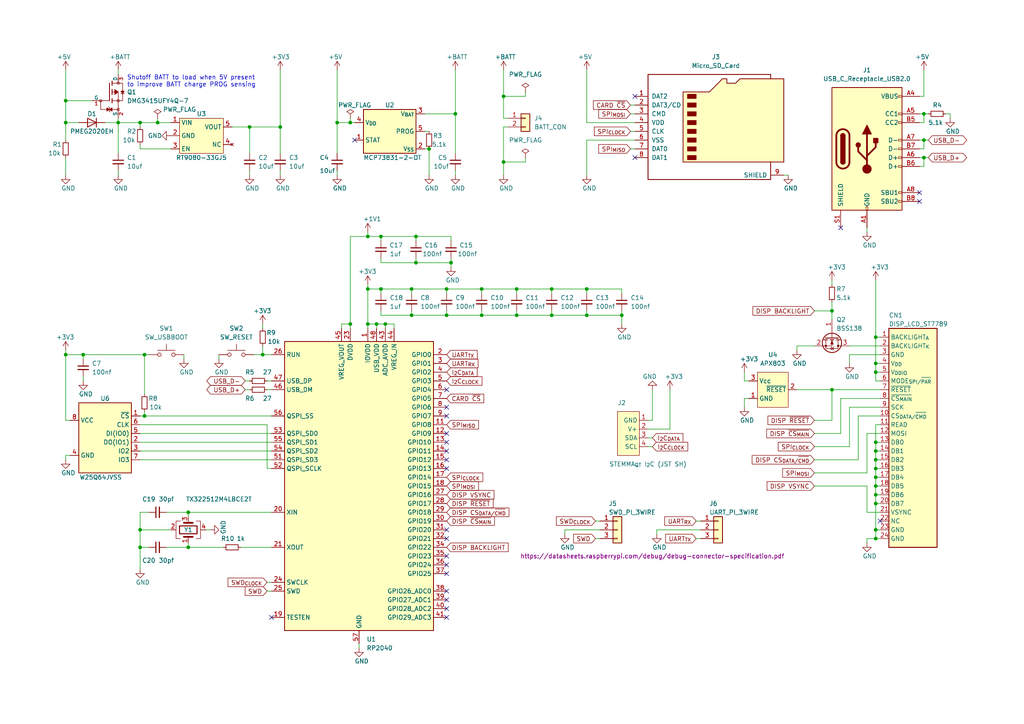
<source format=kicad_sch>
(kicad_sch (version 20230121) (generator eeschema)
  (paper "A4")
  (title_block (title "LuLuu") (rev "0"))
  (junction (at 101.6 35.56))
  (junction (at 160.02 91.44))
  (junction (at 139.7 91.44))
  (junction (at 146.05 27.94))
  (junction (at 241.3 113.03))
  (junction (at 254 153.67))
  (junction (at 45.72 35.56))
  (junction (at 110.49 83.82))
  (junction (at 109.22 93.98))
  (junction (at 119.38 91.44))
  (junction (at 101.6 93.98))
  (junction (at 254 138.43))
  (junction (at 19.05 35.56))
  (junction (at 149.86 91.44))
  (junction (at 170.18 83.82))
  (junction (at 254 143.51))
  (junction (at 19.05 102.87))
  (junction (at 254 105.41))
  (junction (at 106.68 83.82))
  (junction (at 130.81 76.2))
  (junction (at 132.08 33.02))
  (junction (at 19.05 29.21))
  (junction (at 129.54 91.44))
  (junction (at 119.38 83.82))
  (junction (at 124.46 43.18))
  (junction (at 170.18 91.44))
  (junction (at 254 133.35))
  (junction (at 76.2 102.87))
  (junction (at 120.65 68.58))
  (junction (at 106.68 93.98))
  (junction (at 81.28 36.83))
  (junction (at 41.91 120.65))
  (junction (at 54.61 158.75))
  (junction (at 254 140.97))
  (junction (at 40.64 153.67))
  (junction (at 146.05 46.99))
  (junction (at 106.68 68.58))
  (junction (at 267.97 33.02))
  (junction (at 110.49 68.58))
  (junction (at 139.7 83.82))
  (junction (at 72.39 36.83))
  (junction (at 254 107.95))
  (junction (at 160.02 83.82))
  (junction (at 254 128.27))
  (junction (at 129.54 83.82))
  (junction (at 254 97.79))
  (junction (at 40.64 158.75))
  (junction (at 40.64 35.56))
  (junction (at 254 130.81))
  (junction (at 254 156.21))
  (junction (at 180.34 91.44))
  (junction (at 241.3 90.17))
  (junction (at 54.61 148.59))
  (junction (at 24.13 102.87))
  (junction (at 120.65 76.2))
  (junction (at 267.97 40.64))
  (junction (at 41.91 102.87))
  (junction (at 267.97 45.72))
  (junction (at 111.76 93.98))
  (junction (at 97.79 35.56))
  (junction (at 254 135.89))
  (junction (at 34.29 35.56))
  (junction (at 149.86 83.82))
  (junction (at 254 146.05))
  (no_connect (at 129.54 161.29))
  (no_connect (at 129.54 125.73))
  (no_connect (at 266.7 58.42))
  (no_connect (at 184.15 45.72))
  (no_connect (at 129.54 173.99))
  (no_connect (at 78.74 179.07))
  (no_connect (at 255.27 151.13))
  (no_connect (at 129.54 118.11))
  (no_connect (at 129.54 130.81))
  (no_connect (at 129.54 120.65))
  (no_connect (at 102.87 40.64))
  (no_connect (at 129.54 128.27))
  (no_connect (at 243.84 66.04))
  (no_connect (at 129.54 153.67))
  (no_connect (at 129.54 113.03))
  (no_connect (at 129.54 179.07))
  (no_connect (at 129.54 135.89))
  (no_connect (at 266.7 55.88))
  (no_connect (at 129.54 166.37))
  (no_connect (at 129.54 133.35))
  (no_connect (at 129.54 171.45))
  (no_connect (at 129.54 156.21))
  (no_connect (at 129.54 163.83))
  (no_connect (at 129.54 176.53))
  (no_connect (at 184.15 27.94))
  (wire (pts (xy 254 133.35) (xy 254 135.89)))
  (wire (pts (xy 236.22 90.17) (xy 241.3 90.17)))
  (wire (pts (xy 254 135.89) (xy 255.27 135.89)))
  (wire (pts (xy 97.79 49.53) (xy 97.79 50.8)))
  (wire (pts (xy 266.7 43.18) (xy 267.97 43.18)))
  (wire (pts (xy 43.18 148.59) (xy 40.64 148.59)))
  (wire (pts (xy 76.2 93.98) (xy 76.2 95.25)))
  (wire (pts (xy 40.64 153.67) (xy 40.64 158.75)))
  (wire (pts (xy 182.88 30.48) (xy 184.15 30.48)))
  (wire (pts (xy 255.27 102.87) (xy 246.38 102.87)))
  (wire (pts (xy 77.47 110.49) (xy 78.74 110.49)))
  (wire (pts (xy 40.64 35.56) (xy 40.64 36.83)))
  (wire (pts (xy 54.61 157.48) (xy 54.61 158.75)))
  (wire (pts (xy 231.14 100.33) (xy 231.14 101.6)))
  (wire (pts (xy 236.22 100.33) (xy 231.14 100.33)))
  (wire (pts (xy 149.86 91.44) (xy 160.02 91.44)))
  (wire (pts (xy 24.13 109.22) (xy 24.13 110.49)))
  (wire (pts (xy 243.84 125.73) (xy 243.84 115.57)))
  (wire (pts (xy 241.3 113.03) (xy 255.27 113.03)))
  (wire (pts (xy 120.65 74.93) (xy 120.65 76.2)))
  (wire (pts (xy 72.39 36.83) (xy 67.31 36.83)))
  (wire (pts (xy 19.05 29.21) (xy 19.05 35.56)))
  (wire (pts (xy 160.02 83.82) (xy 160.02 85.09)))
  (wire (pts (xy 189.23 121.92) (xy 189.23 113.03)))
  (wire (pts (xy 180.34 83.82) (xy 170.18 83.82)))
  (wire (pts (xy 20.32 132.08) (xy 19.05 132.08)))
  (wire (pts (xy 106.68 93.98) (xy 109.22 93.98)))
  (wire (pts (xy 246.38 100.33) (xy 255.27 100.33)))
  (wire (pts (xy 54.61 148.59) (xy 54.61 149.86)))
  (wire (pts (xy 201.93 151.13) (xy 203.2 151.13)))
  (wire (pts (xy 246.38 102.87) (xy 246.38 105.41)))
  (wire (pts (xy 236.22 129.54) (xy 246.38 129.54)))
  (wire (pts (xy 254 123.19) (xy 254 128.27)))
  (wire (pts (xy 19.05 45.72) (xy 19.05 50.8)))
  (wire (pts (xy 182.88 33.02) (xy 184.15 33.02)))
  (wire (pts (xy 152.4 27.94) (xy 146.05 27.94)))
  (wire (pts (xy 40.64 123.19) (xy 77.47 123.19)))
  (wire (pts (xy 241.3 81.28) (xy 241.3 82.55)))
  (wire (pts (xy 132.08 49.53) (xy 132.08 50.8)))
  (wire (pts (xy 255.27 110.49) (xy 254 110.49)))
  (wire (pts (xy 267.97 35.56) (xy 267.97 33.02)))
  (wire (pts (xy 180.34 91.44) (xy 180.34 93.98)))
  (wire (pts (xy 73.66 102.87) (xy 76.2 102.87)))
  (wire (pts (xy 99.06 93.98) (xy 101.6 93.98)))
  (wire (pts (xy 248.92 120.65) (xy 255.27 120.65)))
  (wire (pts (xy 129.54 91.44) (xy 139.7 91.44)))
  (wire (pts (xy 77.47 123.19) (xy 77.47 135.89)))
  (wire (pts (xy 152.4 26.67) (xy 152.4 27.94)))
  (wire (pts (xy 120.65 76.2) (xy 130.81 76.2)))
  (wire (pts (xy 255.27 123.19) (xy 254 123.19)))
  (wire (pts (xy 228.6 50.8) (xy 227.33 50.8)))
  (wire (pts (xy 48.26 148.59) (xy 54.61 148.59)))
  (wire (pts (xy 201.93 156.21) (xy 203.2 156.21)))
  (wire (pts (xy 241.3 113.03) (xy 241.3 121.92)))
  (wire (pts (xy 139.7 90.17) (xy 139.7 91.44)))
  (wire (pts (xy 170.18 40.64) (xy 184.15 40.64)))
  (wire (pts (xy 19.05 102.87) (xy 24.13 102.87)))
  (wire (pts (xy 254 81.28) (xy 254 97.79)))
  (wire (pts (xy 130.81 74.93) (xy 130.81 76.2)))
  (wire (pts (xy 101.6 93.98) (xy 101.6 68.58)))
  (wire (pts (xy 97.79 35.56) (xy 101.6 35.56)))
  (wire (pts (xy 254 105.41) (xy 255.27 105.41)))
  (wire (pts (xy 19.05 35.56) (xy 22.86 35.56)))
  (wire (pts (xy 187.96 121.92) (xy 189.23 121.92)))
  (wire (pts (xy 266.7 33.02) (xy 267.97 33.02)))
  (wire (pts (xy 19.05 20.32) (xy 19.05 29.21)))
  (wire (pts (xy 251.46 66.04) (xy 251.46 67.31)))
  (wire (pts (xy 152.4 46.99) (xy 146.05 46.99)))
  (wire (pts (xy 254 133.35) (xy 255.27 133.35)))
  (wire (pts (xy 77.47 113.03) (xy 78.74 113.03)))
  (wire (pts (xy 97.79 20.32) (xy 97.79 35.56)))
  (wire (pts (xy 41.91 120.65) (xy 78.74 120.65)))
  (wire (pts (xy 267.97 48.26) (xy 267.97 45.72)))
  (wire (pts (xy 180.34 85.09) (xy 180.34 83.82)))
  (wire (pts (xy 251.46 148.59) (xy 255.27 148.59)))
  (wire (pts (xy 255.27 156.21) (xy 254 156.21)))
  (wire (pts (xy 139.7 83.82) (xy 129.54 83.82)))
  (wire (pts (xy 147.32 36.83) (xy 146.05 36.83)))
  (wire (pts (xy 110.49 68.58) (xy 106.68 68.58)))
  (wire (pts (xy 76.2 100.33) (xy 76.2 102.87)))
  (wire (pts (xy 24.13 102.87) (xy 41.91 102.87)))
  (wire (pts (xy 114.3 95.25) (xy 114.3 93.98)))
  (wire (pts (xy 72.39 36.83) (xy 81.28 36.83)))
  (wire (pts (xy 267.97 20.32) (xy 267.97 27.94)))
  (wire (pts (xy 72.39 49.53) (xy 72.39 50.8)))
  (wire (pts (xy 101.6 35.56) (xy 102.87 35.56)))
  (wire (pts (xy 111.76 93.98) (xy 114.3 93.98)))
  (wire (pts (xy 110.49 90.17) (xy 110.49 91.44)))
  (wire (pts (xy 241.3 121.92) (xy 236.22 121.92)))
  (wire (pts (xy 187.96 127) (xy 189.23 127)))
  (wire (pts (xy 170.18 91.44) (xy 160.02 91.44)))
  (wire (pts (xy 254 97.79) (xy 254 105.41)))
  (wire (pts (xy 132.08 44.45) (xy 132.08 33.02)))
  (wire (pts (xy 254 143.51) (xy 254 146.05)))
  (wire (pts (xy 71.12 110.49) (xy 72.39 110.49)))
  (wire (pts (xy 215.9 115.57) (xy 215.9 118.11)))
  (wire (pts (xy 170.18 50.8) (xy 170.18 40.64)))
  (wire (pts (xy 149.86 83.82) (xy 149.86 85.09)))
  (wire (pts (xy 97.79 44.45) (xy 97.79 35.56)))
  (wire (pts (xy 266.7 45.72) (xy 267.97 45.72)))
  (wire (pts (xy 254 128.27) (xy 254 130.81)))
  (wire (pts (xy 34.29 34.29) (xy 34.29 35.56)))
  (wire (pts (xy 19.05 102.87) (xy 19.05 121.92)))
  (wire (pts (xy 119.38 83.82) (xy 119.38 85.09)))
  (wire (pts (xy 236.22 140.97) (xy 251.46 140.97)))
  (wire (pts (xy 110.49 83.82) (xy 119.38 83.82)))
  (wire (pts (xy 111.76 93.98) (xy 111.76 95.25)))
  (wire (pts (xy 170.18 35.56) (xy 170.18 20.32)))
  (wire (pts (xy 19.05 132.08) (xy 19.05 133.35)))
  (wire (pts (xy 41.91 119.38) (xy 41.91 120.65)))
  (wire (pts (xy 129.54 90.17) (xy 129.54 91.44)))
  (wire (pts (xy 255.27 107.95) (xy 254 107.95)))
  (wire (pts (xy 59.69 153.67) (xy 60.96 153.67)))
  (wire (pts (xy 254 105.41) (xy 254 107.95)))
  (wire (pts (xy 149.86 83.82) (xy 139.7 83.82)))
  (wire (pts (xy 182.88 43.18) (xy 184.15 43.18)))
  (wire (pts (xy 170.18 83.82) (xy 160.02 83.82)))
  (wire (pts (xy 184.15 35.56) (xy 170.18 35.56)))
  (wire (pts (xy 24.13 104.14) (xy 24.13 102.87)))
  (wire (pts (xy 106.68 93.98) (xy 106.68 83.82)))
  (wire (pts (xy 106.68 82.55) (xy 106.68 83.82)))
  (wire (pts (xy 267.97 27.94) (xy 266.7 27.94)))
  (wire (pts (xy 246.38 129.54) (xy 246.38 118.11)))
  (wire (pts (xy 241.3 87.63) (xy 241.3 90.17)))
  (wire (pts (xy 77.47 135.89) (xy 78.74 135.89)))
  (wire (pts (xy 34.29 49.53) (xy 34.29 50.8)))
  (wire (pts (xy 251.46 157.48) (xy 251.46 156.21)))
  (wire (pts (xy 40.64 130.81) (xy 78.74 130.81)))
  (wire (pts (xy 217.17 115.57) (xy 215.9 115.57)))
  (wire (pts (xy 81.28 49.53) (xy 81.28 50.8)))
  (wire (pts (xy 187.96 129.54) (xy 189.23 129.54)))
  (wire (pts (xy 109.22 93.98) (xy 109.22 95.25)))
  (wire (pts (xy 71.12 113.03) (xy 72.39 113.03)))
  (wire (pts (xy 69.85 158.75) (xy 78.74 158.75)))
  (wire (pts (xy 124.46 43.18) (xy 124.46 50.8)))
  (wire (pts (xy 40.64 125.73) (xy 78.74 125.73)))
  (wire (pts (xy 246.38 118.11) (xy 255.27 118.11)))
  (wire (pts (xy 81.28 20.32) (xy 81.28 36.83)))
  (wire (pts (xy 254 140.97) (xy 254 143.51)))
  (wire (pts (xy 163.83 154.94) (xy 163.83 153.67)))
  (wire (pts (xy 110.49 91.44) (xy 119.38 91.44)))
  (wire (pts (xy 255.27 130.81) (xy 254 130.81)))
  (wire (pts (xy 77.47 168.91) (xy 78.74 168.91)))
  (wire (pts (xy 236.22 133.35) (xy 248.92 133.35)))
  (wire (pts (xy 255.27 153.67) (xy 254 153.67)))
  (wire (pts (xy 172.72 151.13) (xy 173.99 151.13)))
  (wire (pts (xy 254 138.43) (xy 254 140.97)))
  (wire (pts (xy 99.06 95.25) (xy 99.06 93.98)))
  (wire (pts (xy 41.91 102.87) (xy 43.18 102.87)))
  (wire (pts (xy 160.02 83.82) (xy 149.86 83.82)))
  (wire (pts (xy 40.64 133.35) (xy 78.74 133.35)))
  (wire (pts (xy 266.7 35.56) (xy 267.97 35.56)))
  (wire (pts (xy 194.31 113.03) (xy 194.31 124.46)))
  (wire (pts (xy 254 110.49) (xy 254 107.95)))
  (wire (pts (xy 104.14 186.69) (xy 104.14 187.96)))
  (wire (pts (xy 254 143.51) (xy 255.27 143.51)))
  (wire (pts (xy 236.22 125.73) (xy 243.84 125.73)))
  (wire (pts (xy 147.32 34.29) (xy 146.05 34.29)))
  (wire (pts (xy 267.97 43.18) (xy 267.97 40.64)))
  (wire (pts (xy 274.32 33.02) (xy 275.59 33.02)))
  (wire (pts (xy 267.97 45.72) (xy 269.24 45.72)))
  (wire (pts (xy 40.64 153.67) (xy 49.53 153.67)))
  (wire (pts (xy 149.86 90.17) (xy 149.86 91.44)))
  (wire (pts (xy 254 138.43) (xy 255.27 138.43)))
  (wire (pts (xy 132.08 20.32) (xy 132.08 33.02)))
  (wire (pts (xy 251.46 137.16) (xy 251.46 125.73)))
  (wire (pts (xy 101.6 34.29) (xy 101.6 35.56)))
  (wire (pts (xy 19.05 121.92) (xy 20.32 121.92)))
  (wire (pts (xy 146.05 46.99) (xy 146.05 50.8)))
  (wire (pts (xy 40.64 128.27) (xy 78.74 128.27)))
  (wire (pts (xy 180.34 90.17) (xy 180.34 91.44)))
  (wire (pts (xy 251.46 140.97) (xy 251.46 148.59)))
  (wire (pts (xy 129.54 83.82) (xy 129.54 85.09)))
  (wire (pts (xy 146.05 20.32) (xy 146.05 27.94)))
  (wire (pts (xy 180.34 91.44) (xy 170.18 91.44)))
  (wire (pts (xy 40.64 35.56) (xy 45.72 35.56)))
  (wire (pts (xy 54.61 158.75) (xy 64.77 158.75)))
  (wire (pts (xy 40.64 148.59) (xy 40.64 153.67)))
  (wire (pts (xy 255.27 97.79) (xy 254 97.79)))
  (wire (pts (xy 248.92 133.35) (xy 248.92 120.65)))
  (wire (pts (xy 19.05 35.56) (xy 19.05 40.64)))
  (wire (pts (xy 236.22 137.16) (xy 251.46 137.16)))
  (wire (pts (xy 130.81 69.85) (xy 130.81 68.58)))
  (wire (pts (xy 129.54 91.44) (xy 119.38 91.44)))
  (wire (pts (xy 172.72 156.21) (xy 173.99 156.21)))
  (wire (pts (xy 106.68 95.25) (xy 106.68 93.98)))
  (wire (pts (xy 254 130.81) (xy 254 133.35)))
  (wire (pts (xy 101.6 93.98) (xy 101.6 95.25)))
  (wire (pts (xy 241.3 90.17) (xy 241.3 92.71)))
  (wire (pts (xy 190.5 153.67) (xy 203.2 153.67)))
  (wire (pts (xy 254 156.21) (xy 254 153.67)))
  (wire (pts (xy 30.48 35.56) (xy 34.29 35.56)))
  (wire (pts (xy 110.49 68.58) (xy 110.49 69.85)))
  (wire (pts (xy 76.2 102.87) (xy 78.74 102.87)))
  (wire (pts (xy 40.64 158.75) (xy 43.18 158.75)))
  (wire (pts (xy 217.17 110.49) (xy 215.9 110.49)))
  (wire (pts (xy 267.97 40.64) (xy 269.24 40.64)))
  (wire (pts (xy 34.29 20.32) (xy 34.29 21.59)))
  (wire (pts (xy 170.18 83.82) (xy 170.18 85.09)))
  (wire (pts (xy 160.02 90.17) (xy 160.02 91.44)))
  (wire (pts (xy 19.05 29.21) (xy 26.67 29.21)))
  (wire (pts (xy 40.64 43.18) (xy 49.53 43.18)))
  (wire (pts (xy 231.14 113.03) (xy 241.3 113.03)))
  (wire (pts (xy 54.61 148.59) (xy 78.74 148.59)))
  (wire (pts (xy 146.05 36.83) (xy 146.05 46.99)))
  (wire (pts (xy 45.72 35.56) (xy 49.53 35.56)))
  (wire (pts (xy 109.22 93.98) (xy 111.76 93.98)))
  (wire (pts (xy 123.19 38.1) (xy 124.46 38.1)))
  (wire (pts (xy 53.34 102.87) (xy 53.34 104.14)))
  (wire (pts (xy 266.7 40.64) (xy 267.97 40.64)))
  (wire (pts (xy 34.29 35.56) (xy 34.29 44.45)))
  (wire (pts (xy 110.49 85.09) (xy 110.49 83.82)))
  (wire (pts (xy 123.19 33.02) (xy 132.08 33.02)))
  (wire (pts (xy 106.68 83.82) (xy 110.49 83.82)))
  (wire (pts (xy 163.83 153.67) (xy 173.99 153.67)))
  (wire (pts (xy 130.81 76.2) (xy 130.81 77.47)))
  (wire (pts (xy 63.5 102.87) (xy 63.5 104.14)))
  (wire (pts (xy 101.6 68.58) (xy 106.68 68.58)))
  (wire (pts (xy 106.68 67.31) (xy 106.68 68.58)))
  (wire (pts (xy 251.46 125.73) (xy 255.27 125.73)))
  (wire (pts (xy 152.4 45.72) (xy 152.4 46.99)))
  (wire (pts (xy 40.64 120.65) (xy 41.91 120.65)))
  (wire (pts (xy 77.47 171.45) (xy 78.74 171.45)))
  (wire (pts (xy 194.31 124.46) (xy 187.96 124.46)))
  (wire (pts (xy 123.19 43.18) (xy 124.46 43.18)))
  (wire (pts (xy 139.7 91.44) (xy 149.86 91.44)))
  (wire (pts (xy 34.29 35.56) (xy 40.64 35.56)))
  (wire (pts (xy 146.05 27.94) (xy 146.05 34.29)))
  (wire (pts (xy 255.27 128.27) (xy 254 128.27)))
  (wire (pts (xy 275.59 33.02) (xy 275.59 34.29)))
  (wire (pts (xy 110.49 74.93) (xy 110.49 76.2)))
  (wire (pts (xy 254 153.67) (xy 254 146.05)))
  (wire (pts (xy 81.28 36.83) (xy 81.28 44.45)))
  (wire (pts (xy 129.54 83.82) (xy 119.38 83.82)))
  (wire (pts (xy 45.72 34.29) (xy 45.72 35.56)))
  (wire (pts (xy 251.46 156.21) (xy 254 156.21)))
  (wire (pts (xy 19.05 101.6) (xy 19.05 102.87)))
  (wire (pts (xy 254 146.05) (xy 255.27 146.05)))
  (wire (pts (xy 190.5 154.94) (xy 190.5 153.67)))
  (wire (pts (xy 266.7 48.26) (xy 267.97 48.26)))
  (wire (pts (xy 54.61 158.75) (xy 48.26 158.75)))
  (wire (pts (xy 170.18 90.17) (xy 170.18 91.44)))
  (wire (pts (xy 40.64 158.75) (xy 40.64 165.1)))
  (wire (pts (xy 182.88 38.1) (xy 184.15 38.1)))
  (wire (pts (xy 40.64 43.18) (xy 40.64 41.91)))
  (wire (pts (xy 243.84 115.57) (xy 255.27 115.57)))
  (wire (pts (xy 139.7 83.82) (xy 139.7 85.09)))
  (wire (pts (xy 269.24 33.02) (xy 267.97 33.02)))
  (wire (pts (xy 41.91 102.87) (xy 41.91 114.3)))
  (wire (pts (xy 72.39 36.83) (xy 72.39 44.45)))
  (wire (pts (xy 119.38 90.17) (xy 119.38 91.44)))
  (wire (pts (xy 215.9 110.49) (xy 215.9 107.95)))
  (wire (pts (xy 254 140.97) (xy 255.27 140.97)))
  (wire (pts (xy 110.49 76.2) (xy 120.65 76.2)))
  (wire (pts (xy 120.65 68.58) (xy 110.49 68.58)))
  (wire (pts (xy 130.81 68.58) (xy 120.65 68.58)))
  (wire (pts (xy 120.65 68.58) (xy 120.65 69.85)))
  (wire (pts (xy 254 135.89) (xy 254 138.43)))
  (text "Shutoff BATT to load when 5V present\nto improve BATT charge PROG sensing" (at 36.83 25.4 0) (effects (font (size 1.27 1.27)) (justify left bottom)))
  (global_label "DISP ~{RESET}" (shape input) (at 129.54 146.05 0) (property "Intersheetrefs" "${INTERSHEET_REFS}" (effects hide)))
  (global_label "DISP ~{CS_{MAIN}}" (shape input) (at 129.54 151.13 0) (property "Intersheetrefs" "${INTERSHEET_REFS}" (effects hide)))
  (global_label "SPI_{MISO}" (shape input) (at 129.54 123.19 0) (property "Intersheetrefs" "${INTERSHEET_REFS}" (effects hide)))
  (global_label "SWD_{CLOCK}" (shape input) (at 77.47 168.91 180) (property "Intersheetrefs" "${INTERSHEET_REFS}" (effects hide)))
  (global_label "UART_{RX}" (shape input) (at 201.93 151.13 180) (property "Intersheetrefs" "${INTERSHEET_REFS}" (effects hide)))
  (global_label "I_{2}C_{DATA}" (shape input) (at 129.54 107.95 0) (property "Intersheetrefs" "${INTERSHEET_REFS}" (effects hide)))
  (global_label "UART_{RX}" (shape input) (at 129.54 105.41 0) (property "Intersheetrefs" "${INTERSHEET_REFS}" (effects hide)))
  (global_label "SWD" (shape input) (at 172.72 156.21 180) (property "Intersheetrefs" "${INTERSHEET_REFS}" (effects hide)))
  (global_label "UART_{TX}" (shape input) (at 201.93 156.21 180) (property "Intersheetrefs" "${INTERSHEET_REFS}" (effects hide)))
  (global_label "SPI_{CLOCK}" (shape input) (at 182.88 38.1 180) (property "Intersheetrefs" "${INTERSHEET_REFS}" (effects hide)))
  (global_label "DISP CS_{DATA{slash}~{CMD}}" (shape input) (at 129.54 148.59 0) (property "Intersheetrefs" "${INTERSHEET_REFS}" (effects hide)))
  (global_label "DISP CS_{DATA{slash}~{CMD}}" (shape input) (at 236.22 133.35 180) (property "Intersheetrefs" "${INTERSHEET_REFS}" (effects hide)))
  (global_label "SPI_{MOSI}" (shape input) (at 182.88 33.02 180) (property "Intersheetrefs" "${INTERSHEET_REFS}" (effects hide)))
  (global_label "I_{2}C_{DATA}" (shape input) (at 189.23 127 0) (property "Intersheetrefs" "${INTERSHEET_REFS}" (effects hide)))
  (global_label "DISP BACKLIGHT" (shape input) (at 236.22 90.17 180) (property "Intersheetrefs" "${INTERSHEET_REFS}" (effects hide)))
  (global_label "SPI_{CLOCK}" (shape input) (at 129.54 138.43 0) (property "Intersheetrefs" "${INTERSHEET_REFS}" (effects hide)))
  (global_label "SWD_{CLOCK}" (shape input) (at 172.72 151.13 180) (property "Intersheetrefs" "${INTERSHEET_REFS}" (effects hide)))
  (global_label "SPI_{CLOCK}" (shape input) (at 236.22 129.54 180) (property "Intersheetrefs" "${INTERSHEET_REFS}" (effects hide)))
  (global_label "SPI_{MOSI}" (shape input) (at 129.54 140.97 0) (property "Intersheetrefs" "${INTERSHEET_REFS}" (effects hide)))
  (global_label "SPI_{MOSI}" (shape input) (at 236.22 137.16 180) (property "Intersheetrefs" "${INTERSHEET_REFS}" (effects hide)))
  (global_label "CARD ~{CS}" (shape input) (at 129.54 115.57 0) (property "Intersheetrefs" "${INTERSHEET_REFS}" (effects hide)))
  (global_label "DISP BACKLIGHT" (shape input) (at 129.54 158.75 0) (property "Intersheetrefs" "${INTERSHEET_REFS}" (effects hide)))
  (global_label "I_{2}C_{CLOCK}" (shape input) (at 129.54 110.49 0) (property "Intersheetrefs" "${INTERSHEET_REFS}" (effects hide)))
  (global_label "DISP VSYNC" (shape input) (at 236.22 140.97 180) (property "Intersheetrefs" "${INTERSHEET_REFS}" (effects hide)))
  (global_label "USB_D-" (shape bidirectional) (at 71.12 110.49 180) (property "Intersheetrefs" "${INTERSHEET_REFS}" (effects hide)))
  (global_label "DISP ~{CS_{MAIN}}" (shape input) (at 236.22 125.73 180) (property "Intersheetrefs" "${INTERSHEET_REFS}" (effects hide)))
  (global_label "USB_D+" (shape bidirectional) (at 269.24 45.72 0) (property "Intersheetrefs" "${INTERSHEET_REFS}" (effects hide)))
  (global_label "DISP ~{RESET}" (shape input) (at 236.22 121.92 180) (property "Intersheetrefs" "${INTERSHEET_REFS}" (effects hide)))
  (global_label "SPI_{MISO}" (shape input) (at 182.88 43.18 180) (property "Intersheetrefs" "${INTERSHEET_REFS}" (effects hide)))
  (global_label "USB_D-" (shape bidirectional) (at 269.24 40.64 0) (property "Intersheetrefs" "${INTERSHEET_REFS}" (effects hide)))
  (global_label "UART_{TX}" (shape input) (at 129.54 102.87 0) (property "Intersheetrefs" "${INTERSHEET_REFS}" (effects hide)))
  (global_label "DISP VSYNC" (shape input) (at 129.54 143.51 0) (property "Intersheetrefs" "${INTERSHEET_REFS}" (effects hide)))
  (global_label "I_{2}C_{CLOCK}" (shape input) (at 189.23 129.54 0) (property "Intersheetrefs" "${INTERSHEET_REFS}" (effects hide)))
  (global_label "CARD ~{CS}" (shape input) (at 182.88 30.48 180) (property "Intersheetrefs" "${INTERSHEET_REFS}" (effects hide)))
  (global_label "USB_D+" (shape bidirectional) (at 71.12 113.03 180) (property "Intersheetrefs" "${INTERSHEET_REFS}" (effects hide)))
  (global_label "SWD" (shape input) (at 77.47 171.45 180) (property "Intersheetrefs" "${INTERSHEET_REFS}" (effects hide)))
  (symbol (lib_id "power:GND") (at 251.46 157.48 0) (unit 1)
    (property "Reference" "#PWR020" (effects hide))
    (property "Value" "GND" (at 250.19 161.29 0) (effects (justify left)))
  )
  (symbol (lib_id "power:PWR_FLAG") (at 152.4 26.67 0) (unit 1)
    (property "Reference" "#FLG03" (effects hide))
    (property "Value" "PWR_FLAG" (at 152.4 21.59 0))
  )
  (symbol (lib_id "Device:C_Small") (at 180.34 87.63 0) (unit 1)
    (property "Reference" "C14" (at 182.88 86.3663 0) (effects (justify left)))
    (property "Value" "100nf" (at 182.88 88.9063 0) (effects (justify left)))
    (property "Footprint" "Capacitor_SMD:C_0402_1005Metric_Pad0.74x0.62mm_HandSolder" (effects hide))
  )
  (symbol (lib_id "Device:C_Small") (at 34.29 46.99 0) (unit 1)
    (property "Reference" "C1" (at 36.83 45.7263 0) (effects (justify left)))
    (property "Value" "10uf" (at 36.83 48.2663 0) (effects (justify left)))
    (property "Footprint" "Capacitor_SMD:C_0603_1608Metric_Pad1.08x0.95mm_HandSolder" (effects hide))
  )
  (symbol (lib_id "Device:C_Small") (at 149.86 87.63 0) (unit 1)
    (property "Reference" "C11" (at 152.4 86.3663 0) (effects (justify left)))
    (property "Value" "100nf" (at 152.4 88.9063 0) (effects (justify left)))
    (property "Footprint" "Capacitor_SMD:C_0402_1005Metric_Pad0.74x0.62mm_HandSolder" (effects hide))
  )
  (symbol (lib_id "Device:C_Small") (at 120.65 72.39 0) (mirror y) (unit 1)
    (property "Reference" "C16" (at 127 71.12 0) (effects (justify left)))
    (property "Value" "100nf" (at 128.27 73.66 0) (effects (justify left)))
    (property "Footprint" "Capacitor_SMD:C_0402_1005Metric_Pad0.74x0.62mm_HandSolder" (effects hide))
  )
  (symbol (lib_id "Transistor_FET:BSS138") (at 241.3 97.79 270) (unit 1)
    (property "Reference" "Q2" (at 242.57 92.71 90) (effects (justify left)))
    (property "Value" "BSS138" (at 242.57 95.25 90) (effects (justify left)))
    (property "Footprint" "Package_TO_SOT_SMD:SOT-23" (effects hide))
    (property "Datasheet" "https://www.onsemi.com/pub/Collateral/BSS138-D.PDF" (effects hide))
  )
  (symbol (lib_id "power:GND") (at 63.5 104.14 0) (unit 1)
    (property "Reference" "#PWR036" (effects hide))
    (property "Value" "GND" (at 62.23 107.95 0) (effects (justify left)))
  )
  (symbol (lib_id "power:+3V3") (at 106.68 82.55 0) (mirror y) (unit 1)
    (property "Reference" "#PWR033" (effects hide))
    (property "Value" "+3V3" (at 109.22 78.74 0) (effects (justify left)))
  )
  (symbol (lib_id "power:GND") (at 130.81 77.47 0) (mirror y) (unit 1)
    (property "Reference" "#PWR031" (effects hide))
    (property "Value" "GND" (at 133.35 81.28 0) (effects (justify left)))
  )
  (symbol (lib_id "power:GND") (at 246.38 105.41 0) (unit 1)
    (property "Reference" "#PWR024" (effects hide))
    (property "Value" "GND" (at 245.11 109.22 0) (effects (justify left)))
  )
  (symbol (lib_id "power:+5V") (at 267.97 20.32 0) (unit 1)
    (property "Reference" "#PWR016" (effects hide))
    (property "Value" "+5V" (at 265.43 16.51 0) (effects (justify left)))
  )
  (symbol (lib_id "power:+5V") (at 97.79 20.32 0) (unit 1)
    (property "Reference" "#PWR012" (effects hide))
    (property "Value" "+5V" (at 95.25 16.51 0) (effects (justify left)))
  )
  (symbol (lib_id "power:+3V3") (at 19.05 101.6 0) (mirror y) (unit 1)
    (property "Reference" "#PWR028" (effects hide))
    (property "Value" "+3V3" (at 21.59 97.79 0) (effects (justify left)))
  )
  (symbol (lib_id "Device:C_Small") (at 139.7 87.63 0) (unit 1)
    (property "Reference" "C10" (at 142.24 86.3663 0) (effects (justify left)))
    (property "Value" "100nf" (at 142.24 88.9063 0) (effects (justify left)))
    (property "Footprint" "Capacitor_SMD:C_0402_1005Metric_Pad0.74x0.62mm_HandSolder" (effects hide))
  )
  (symbol (lib_id "power:GND") (at 124.46 50.8 0) (unit 1)
    (property "Reference" "#PWR011" (effects hide))
    (property "Value" "GND" (at 123.19 54.61 0) (effects (justify left)))
  )
  (symbol (lib_id "Device:R_Small") (at 74.93 110.49 90) (unit 1)
    (property "Reference" "R5" (at 71.12 107.95 90) (effects (justify right)))
    (property "Value" "27" (at 76.2 107.95 90) (effects (justify right)))
  )
  (symbol (lib_id "Connector_Generic:Conn_01x02") (at 152.4 34.29 0) (unit 1)
    (property "Reference" "J4" (at 154.94 34.29 0) (effects (justify left)))
    (property "Value" "BATT_CON" (at 154.94 36.83 0) (effects (justify left)))
    (property "Footprint" "Connector_JST:JST_PH_S2B-PH-K_1x02_P2.00mm_Horizontal" (effects hide))
  )
  (symbol (lib_id "power:+3V3") (at 76.2 93.98 0) (mirror y) (unit 1)
    (property "Reference" "#PWR035" (effects hide))
    (property "Value" "+3V3" (at 78.74 90.17 0) (effects (justify left)))
  )
  (symbol (lib_id "power:GND") (at 104.14 187.96 0) (unit 1)
    (property "Reference" "#PWR018" (effects hide))
    (property "Value" "GND" (at 102.87 191.77 0) (effects (justify left)))
  )
  (symbol (lib_id "power:GND") (at 19.05 50.8 0) (unit 1)
    (property "Reference" "#PWR010" (effects hide))
    (property "Value" "GND" (at 17.78 54.61 0) (effects (justify left)))
  )
  (symbol (lib_id "power:GND") (at 251.46 67.31 0) (unit 1)
    (property "Reference" "#PWR019" (effects hide))
    (property "Value" "GND" (at 250.19 71.12 0) (effects (justify left)))
  )
  (symbol (lib_id "Device:C_Small") (at 81.28 46.99 0) (unit 1)
    (property "Reference" "C3" (at 83.82 45.7263 0) (effects (justify left)))
    (property "Value" "10uf" (at 83.82 48.2663 0) (effects (justify left)))
    (property "Footprint" "Capacitor_SMD:C_0603_1608Metric_Pad1.08x0.95mm_HandSolder" (effects hide))
  )
  (symbol (lib_id "power:GND") (at 53.34 104.14 0) (unit 1)
    (property "Reference" "#PWR027" (effects hide))
    (property "Value" "GND" (at 52.07 107.95 0) (effects (justify left)))
  )
  (symbol (lib_id "luluu:STEMMA_QT_I2C") (at 182.88 125.73 0) (unit 1)
    (property "Reference" "J2" (at 180.34 116.84 0))
    (property "Value" "STEMMA_{QT} I_{2}C (JST SH)" (at 187.96 134.62 0))
    (property "Footprint" "Connector_JST:JST_SH_SM04B-SRSS-TB_1x04-1MP_P1.00mm_Horizontal" (effects hide))
  )
  (symbol (lib_id "Device:C_Small") (at 45.72 158.75 90) (unit 1)
    (property "Reference" "C20" (at 43.18 162.56 90))
    (property "Value" "30pf" (at 48.26 162.56 90))
    (property "Footprint" "Capacitor_SMD:C_0402_1005Metric_Pad0.74x0.62mm_HandSolder" (effects hide))
  )
  (symbol (lib_id "Device:C_Small") (at 110.49 87.63 0) (unit 1)
    (property "Reference" "C18" (at 113.03 86.3663 0) (effects (justify left)))
    (property "Value" "1uf" (at 113.03 88.9063 0) (effects (justify left)))
    (property "Footprint" "Capacitor_SMD:C_0603_1608Metric_Pad1.08x0.95mm_HandSolder" (effects hide))
  )
  (symbol (lib_id "power:GND") (at 81.28 50.8 0) (unit 1)
    (property "Reference" "#PWR08" (effects hide))
    (property "Value" "GND" (at 80.01 54.61 0) (effects (justify left)))
  )
  (symbol (lib_id "Connector_Generic:Conn_01x03") (at 179.07 153.67 0) (unit 1)
    (property "Reference" "J5" (at 176.53 146.05 0) (effects (justify left)))
    (property "Value" "SWD_PI_3WIRE" (at 176.53 148.59 0) (effects (justify left)))
    (property "Footprint" "Connector_JST:JST_SH_BM03B-SRSS-TB_1x03-1MP_P1.00mm_Vertical" (effects hide))
    (property "Datasheet" "https://datasheets.raspberrypi.com/debug/debug-connector-specification.pdf" (at 189.23 161.29 0))
  )
  (symbol (lib_id "Device:R_Small") (at 40.64 39.37 180) (unit 1)
    (property "Reference" "R2" (at 36.83 38.1 0) (effects (justify right)))
    (property "Value" "10k" (at 35.56 40.64 0) (effects (justify right)))
  )
  (symbol (lib_id "MCU_RaspberryPi:RP2040") (at 104.14 140.97 0) (unit 1)
    (property "Reference" "U1" (at 106.3341 185.42 0) (effects (justify left)))
    (property "Value" "RP2040" (at 106.3341 187.96 0) (effects (justify left)))
    (property "Footprint" "Package_DFN_QFN:QFN-56-1EP_7x7mm_P0.4mm_EP3.2x3.2mm" (effects hide))
    (property "Datasheet" "https://datasheets.raspberrypi.com/rp2040/rp2040-datasheet.pdf" (effects hide))
  )
  (symbol (lib_id "power:+BATT") (at 34.29 20.32 0) (unit 1)
    (property "Reference" "#PWR03" (effects hide))
    (property "Value" "+BATT" (at 31.75 16.51 0) (effects (justify left)))
  )
  (symbol (lib_id "Device:R_Small") (at 74.93 113.03 90) (unit 1)
    (property "Reference" "R6" (at 71.12 115.57 90) (effects (justify right)))
    (property "Value" "27" (at 76.2 115.57 90) (effects (justify right)))
  )
  (symbol (lib_id "power:PWR_FLAG") (at 45.72 34.29 0) (unit 1)
    (property "Reference" "#FLG02" (effects hide))
    (property "Value" "PWR_FLAG" (at 52.07 31.75 0))
  )
  (symbol (lib_id "power:+3V3") (at 81.28 20.32 0) (unit 1)
    (property "Reference" "#PWR06" (effects hide))
    (property "Value" "+3V3" (at 78.74 16.51 0) (effects (justify left)))
  )
  (symbol (lib_id "power:GND") (at 60.96 153.67 90) (unit 1)
    (property "Reference" "#PWR04" (effects hide))
    (property "Value" "GND" (at 64.77 154.94 0) (effects (justify left)))
  )
  (symbol (lib_id "Device:C_Small") (at 129.54 87.63 0) (unit 1)
    (property "Reference" "C9" (at 132.08 86.3663 0) (effects (justify left)))
    (property "Value" "100nf" (at 132.08 88.9063 0) (effects (justify left)))
    (property "Footprint" "Capacitor_SMD:C_0402_1005Metric_Pad0.74x0.62mm_HandSolder" (effects hide))
  )
  (symbol (lib_id "luluu:DISP_LCD_ST7789_1.3IN") (at 262.89 127 0) (unit 1)
    (property "Reference" "CN1" (at 257.81 91.44 0) (effects (justify left)))
    (property "Value" "DISP_LCD_ST7789" (at 257.81 93.98 0) (effects (justify left)))
    (property "Datasheet" "https://cdn-shop.adafruit.com/product-files/4520/4520_C13462__________.pdf" (effects hide))
    (property "Design Ref" "https://cdn-learn.adafruit.com/assets/assets/000/079/156/original/adafruit_products_1-3in_IPS_TFT_Sch.png?1565202407" (effects hide))
  )
  (symbol (lib_id "power:GND") (at 215.9 118.11 0) (unit 1)
    (property "Reference" "#PWR026" (effects hide))
    (property "Value" "GND" (at 214.63 121.92 0) (effects (justify left)))
  )
  (symbol (lib_id "Device:R_Small") (at 241.3 85.09 180) (unit 1)
    (property "Reference" "R7" (at 242.57 83.82 0) (effects (justify right)))
    (property "Value" "5.1k" (at 242.57 86.36 0) (effects (justify right)))
  )
  (symbol (lib_id "power:+3V3") (at 241.3 81.28 0) (unit 1)
    (property "Reference" "#PWR021" (effects hide))
    (property "Value" "+3V3" (at 240.03 77.47 0) (effects (justify left)))
  )
  (symbol (lib_id "Device:C_Small") (at 45.72 148.59 90) (unit 1)
    (property "Reference" "C19" (at 43.18 144.78 90))
    (property "Value" "30pf" (at 48.26 144.78 90))
    (property "Footprint" "Capacitor_SMD:C_0402_1005Metric_Pad0.74x0.62mm_HandSolder" (effects hide))
  )
  (symbol (lib_id "power:+3V3") (at 215.9 107.95 0) (unit 1)
    (property "Reference" "#PWR025" (effects hide))
    (property "Value" "+3V3" (at 214.63 104.14 0) (effects (justify left)))
  )
  (symbol (lib_id "luluu:W25Q64JVSS") (at 30.48 127 0) (mirror y) (unit 1)
    (property "Reference" "U6" (at 30.48 115.57 0))
    (property "Value" "W25Q64JVSS" (at 29.21 138.43 0))
    (property "Footprint" "Package_SO:SOIC-8_5.23x5.23mm_P1.27mm" (effects hide))
    (property "Datasheet" "http://www.winbond.com/resource-files/w25q32jv%20revg%2003272018%20plus.pdf" (effects hide))
  )
  (symbol (lib_id "power:GND") (at 97.79 50.8 0) (unit 1)
    (property "Reference" "#PWR015" (effects hide))
    (property "Value" "GND" (at 96.52 54.61 0) (effects (justify left)))
  )
  (symbol (lib_id "Device:R_Small") (at 124.46 40.64 0) (unit 1)
    (property "Reference" "R3" (at 128.27 39.37 0) (effects (justify right)))
    (property "Value" "5.1k" (at 129.54 41.91 0) (effects (justify right)))
  )
  (symbol (lib_id "power:GND") (at 72.39 50.8 0) (unit 1)
    (property "Reference" "#PWR07" (effects hide))
    (property "Value" "GND" (at 71.12 54.61 0) (effects (justify left)))
  )
  (symbol (lib_name "TS-1187A-B-A-B_1") (lib_id "luluu:TS-1187A-B-A-B") (at 48.26 102.87 0) (unit 1)
    (property "Reference" "SW1" (at 48.26 95.25 0))
    (property "Value" "SW_USBBOOT" (at 48.26 97.79 0))
    (property "Footprint" "luluu:TS-1187A-B-A-B" (effects hide))
    (property "Datasheet" "https://datasheet.lcsc.com/lcsc/2304140030_XKB-Connectivity-TS-1187A-B-A-B_C318884.pdf" (effects hide))
  )
  (symbol (lib_id "Device:C_Small") (at 119.38 87.63 0) (unit 1)
    (property "Reference" "C8" (at 121.92 86.3663 0) (effects (justify left)))
    (property "Value" "100nf" (at 121.92 88.9063 0) (effects (justify left)))
    (property "Footprint" "Capacitor_SMD:C_0402_1005Metric_Pad0.74x0.62mm_HandSolder" (effects hide))
  )
  (symbol (lib_id "power:+5V") (at 170.18 20.32 0) (unit 1)
    (property "Reference" "#PWR039" (effects hide))
    (property "Value" "+5V" (at 167.64 16.51 0) (effects (justify left)))
  )
  (symbol (lib_id "power:GND") (at 170.18 50.8 0) (unit 1)
    (property "Reference" "#PWR040" (effects hide))
    (property "Value" "GND" (at 168.91 54.61 0) (effects (justify left)))
  )
  (symbol (lib_id "power:GND") (at 231.14 101.6 0) (unit 1)
    (property "Reference" "#PWR022" (effects hide))
    (property "Value" "GND" (at 229.87 105.41 0) (effects (justify left)))
  )
  (symbol (lib_id "power:GND") (at 40.64 165.1 0) (unit 1)
    (property "Reference" "#PWR01" (effects hide))
    (property "Value" "GND" (at 39.37 168.91 0) (effects (justify left)))
  )
  (symbol (lib_id "luluu:TS-1187A-B-A-B") (at 68.58 102.87 0) (unit 1)
    (property "Reference" "SW2" (at 68.58 95.25 0))
    (property "Value" "SW_RESET" (at 68.58 97.79 0))
    (property "Footprint" "luluu:TS-1187A-B-A-B" (effects hide))
    (property "Datasheet" "https://datasheet.lcsc.com/lcsc/2304140030_XKB-Connectivity-TS-1187A-B-A-B_C318884.pdf" (effects hide))
  )
  (symbol (lib_id "power:GND") (at 132.08 50.8 0) (unit 1)
    (property "Reference" "#PWR014" (effects hide))
    (property "Value" "GND" (at 130.81 54.61 0) (effects (justify left)))
  )
  (symbol (lib_id "Device:C_Small") (at 97.79 46.99 0) (unit 1)
    (property "Reference" "C4" (at 92.71 45.72 0) (effects (justify left)))
    (property "Value" "10uf" (at 92.71 49.53 0) (effects (justify left)))
    (property "Footprint" "Capacitor_SMD:C_0603_1608Metric_Pad1.08x0.95mm_HandSolder" (effects hide))
  )
  (symbol (lib_id "power:+5V") (at 19.05 20.32 0) (unit 1)
    (property "Reference" "#PWR02" (effects hide))
    (property "Value" "+5V" (at 16.51 16.51 0) (effects (justify left)))
  )
  (symbol (lib_id "Connector_Generic:Conn_01x03") (at 208.28 153.67 0) (unit 1)
    (property "Reference" "J6" (at 205.74 146.05 0) (effects (justify left)))
    (property "Value" "UART_PI_3WIRE" (at 205.74 148.59 0) (effects (justify left)))
    (property "Footprint" "Connector_JST:JST_SH_BM03B-SRSS-TB_1x03-1MP_P1.00mm_Vertical" (effects hide))
    (property "Datasheet" "https://datasheets.raspberrypi.com/debug/debug-connector-specification.pdf" (effects hide))
  )
  (symbol (lib_id "Connector:Micro_SD_Card") (at 207.01 35.56 0) (unit 1)
    (property "Reference" "J3" (at 207.645 16.51 0))
    (property "Value" "Micro_SD_Card" (at 207.645 19.05 0))
    (property "Footprint" "Connector_Card:microSD_HC_Molex_104031-0811" (effects hide))
    (property "Datasheet" "http://katalog.we-online.de/em/datasheet/693072010801.pdf" (effects hide))
  )
  (symbol (lib_id "power:GND") (at 49.53 39.37 270) (unit 1)
    (property "Reference" "#PWR05" (effects hide))
    (property "Value" "GND" (at 46.99 39.37 90) (effects (justify right)))
  )
  (symbol (lib_id "power:+3V3") (at 194.31 113.03 0) (mirror y) (unit 1)
    (property "Reference" "#PWR038" (effects hide))
    (property "Value" "+3V3" (at 198.12 109.22 0) (effects (justify left)))
  )
  (symbol (lib_id "power:GND") (at 34.29 50.8 0) (unit 1)
    (property "Reference" "#PWR09" (effects hide))
    (property "Value" "GND" (at 33.02 54.61 0) (effects (justify left)))
  )
  (symbol (lib_id "Device:C_Small") (at 24.13 106.68 0) (unit 1)
    (property "Reference" "C7" (at 26.67 105.4163 0) (effects (justify left)))
    (property "Value" "100nf" (at 26.67 107.9563 0) (effects (justify left)))
    (property "Footprint" "Capacitor_SMD:C_0402_1005Metric_Pad0.74x0.62mm_HandSolder" (effects hide))
  )
  (symbol (lib_id "Connector:USB_C_Receptacle_USB2.0") (at 251.46 43.18 0) (unit 1)
    (property "Reference" "J1" (at 251.46 20.32 0))
    (property "Value" "USB_C_Receptacle_USB2.0" (at 251.46 22.86 0))
    (property "Footprint" "Connector_USB:USB_C_Receptacle_G-Switch_GT-USB-7010ASV" (effects hide))
    (property "Datasheet" "https://www.usb.org/sites/default/files/documents/usb_type-c.zip" (effects hide))
  )
  (symbol (lib_id "power:GND") (at 228.6 50.8 0) (unit 1)
    (property "Reference" "#PWR041" (effects hide))
    (property "Value" "GND" (at 227.33 54.61 0) (effects (justify left)))
  )
  (symbol (lib_id "power:GND") (at 180.34 93.98 0) (unit 1)
    (property "Reference" "#PWR032" (effects hide))
    (property "Value" "GND" (at 179.07 97.79 0) (effects (justify left)))
  )
  (symbol (lib_id "power:+1V1") (at 106.68 67.31 0) (mirror y) (unit 1)
    (property "Reference" "#PWR034" (effects hide))
    (property "Value" "+1V1" (at 107.95 63.5 0))
  )
  (symbol (lib_id "power:GND") (at 189.23 113.03 180) (unit 1)
    (property "Reference" "#PWR037" (effects hide))
    (property "Value" "GND" (at 190.5 109.22 0) (effects (justify left)))
  )
  (symbol (lib_id "Device:C_Small") (at 170.18 87.63 0) (unit 1)
    (property "Reference" "C13" (at 172.72 86.3663 0) (effects (justify left)))
    (property "Value" "100nf" (at 172.72 88.9063 0) (effects (justify left)))
    (property "Footprint" "Capacitor_SMD:C_0402_1005Metric_Pad0.74x0.62mm_HandSolder" (effects hide))
  )
  (symbol (lib_id "power:PWR_FLAG") (at 152.4 45.72 0) (unit 1)
    (property "Reference" "#FLG04" (effects hide))
    (property "Value" "PWR_FLAG" (at 152.4 40.64 0))
  )
  (symbol (lib_id "Device:C_Small") (at 160.02 87.63 0) (unit 1)
    (property "Reference" "C12" (at 162.56 86.3663 0) (effects (justify left)))
    (property "Value" "100nf" (at 162.56 88.9063 0) (effects (justify left)))
    (property "Footprint" "Capacitor_SMD:C_0402_1005Metric_Pad0.74x0.62mm_HandSolder" (effects hide))
  )
  (symbol (lib_id "luluu:DMG3415UFY4Q-7") (at 33.02 27.94 0) (unit 1)
    (property "Reference" "Q1" (at 36.83 26.7081 0) (effects (justify left)))
    (property "Value" "DMG3415UFY4Q-7" (at 36.83 29.2481 0) (effects (justify left)))
    (property "Footprint" "luluu:TRANS_DMG3415UFY4Q-7" (effects hide))
    (property "Datasheet" "https://www.diodes.com/assets/Datasheets/DMG3415UFY4Q.pdf" (effects hide))
  )
  (symbol (lib_id "power:GND") (at 19.05 133.35 0) (unit 1)
    (property "Reference" "#PWR029" (effects hide))
    (property "Value" "GND" (at 17.78 137.16 0) (effects (justify left)))
  )
  (symbol (lib_id "Device:Crystal_GND24") (at 54.61 153.67 90) (unit 1)
    (property "Reference" "Y1" (at 54.61 153.67 90))
    (property "Value" "TX322512M4LBCE2T" (at 63.5 144.78 90))
    (property "Footprint" "Crystal:Crystal_SMD_3225-4Pin_3.2x2.5mm_HandSoldering" (effects hide))
  )
  (symbol (lib_id "power:GND") (at 24.13 110.49 0) (unit 1)
    (property "Reference" "#PWR030" (effects hide))
    (property "Value" "GND" (at 22.86 114.3 0) (effects (justify left)))
  )
  (symbol (lib_id "luluu:MCP73831-2-OT") (at 113.03 38.1 0) (unit 1)
    (property "Reference" "U2" (at 113.03 30.48 0))
    (property "Value" "MCP73831-2-OT" (at 105.41 45.72 0) (effects (justify left)))
    (property "Footprint" "Package_TO_SOT_SMD:SOT-23-5" (effects hide))
    (property "Datasheet" "http://ww1.microchip.com/downloads/en/DeviceDoc/20001984g.pdf" (effects hide))
  )
  (symbol (lib_id "Device:R_Small") (at 76.2 97.79 0) (mirror x) (unit 1)
    (property "Reference" "R9" (at 80.01 96.52 0) (effects (justify right)))
    (property "Value" "10k" (at 81.28 99.06 0) (effects (justify right)))
  )
  (symbol (lib_id "Device:R_Small") (at 19.05 43.18 180) (unit 1)
    (property "Reference" "R1" (at 15.24 41.91 0) (effects (justify right)))
    (property "Value" "10k" (at 13.97 44.45 0) (effects (justify right)))
  )
  (symbol (lib_id "power:+3V3") (at 254 81.28 0) (unit 1)
    (property "Reference" "#PWR023" (effects hide))
    (property "Value" "+3V3" (at 257.81 77.47 0) (effects (justify right)))
  )
  (symbol (lib_id "luluu:RT9080-33XJ5") (at 58.42 39.37 0) (unit 1)
    (property "Reference" "U3" (at 58.42 33.02 0))
    (property "Value" "RT9080-33GJ5" (at 58.42 45.72 0))
    (property "Footprint" "Package_TO_SOT_SMD:SOT-23-5" (effects hide))
    (property "Datasheet" "https://datasheet.lcsc.com/lcsc/2009192305_Richtek-Tech-RT9080-33GJ5_C841192.pdf" (effects hide))
  )
  (symbol (lib_id "Device:C_Small") (at 130.81 72.39 0) (mirror y) (unit 1)
    (property "Reference" "C15" (at 137.16 71.12 0) (effects (justify left)))
    (property "Value" "100nf" (at 138.43 73.66 0) (effects (justify left)))
    (property "Footprint" "Capacitor_SMD:C_0402_1005Metric_Pad0.74x0.62mm_HandSolder" (effects hide))
  )
  (symbol (lib_id "power:GND") (at 190.5 154.94 0) (unit 1)
    (property "Reference" "#PWR044" (effects hide))
    (property "Value" "GND" (at 189.23 158.75 0) (effects (justify left)))
  )
  (symbol (lib_id "power:GND") (at 146.05 50.8 0) (unit 1)
    (property "Reference" "#PWR043" (effects hide))
    (property "Value" "GND" (at 144.78 54.61 0) (effects (justify left)))
  )
  (symbol (lib_id "Device:C_Small") (at 110.49 72.39 0) (mirror y) (unit 1)
    (property "Reference" "C17" (at 116.84 71.12 0) (effects (justify left)))
    (property "Value" "1uf" (at 113.03 73.66 0) (effects (justify right)))
    (property "Footprint" "Capacitor_SMD:C_0603_1608Metric_Pad1.08x0.95mm_HandSolder" (effects hide))
  )
  (symbol (lib_id "Device:R_Small") (at 271.78 33.02 90) (unit 1)
    (property "Reference" "R4" (at 270.51 30.48 90) (effects (justify right)))
    (property "Value" "5.1k" (at 269.24 35.56 90) (effects (justify right)))
  )
  (symbol (lib_id "power:PWR_FLAG") (at 101.6 34.29 0) (unit 1)
    (property "Reference" "#FLG01" (effects hide))
    (property "Value" "PWR_FLAG" (at 102.87 30.48 0))
  )
  (symbol (lib_id "Device:R_Small") (at 41.91 116.84 0) (mirror x) (unit 1)
    (property "Reference" "R8" (at 45.72 115.57 0) (effects (justify right)))
    (property "Value" "10k" (at 46.99 118.11 0) (effects (justify right)))
  )
  (symbol (lib_id "luluu:APX803S-26SA") (at 224.79 113.03 0) (unit 1)
    (property "Reference" "U4" (at 224.155 102.87 0))
    (property "Value" "APX803" (at 224.155 105.41 0))
    (property "Footprint" "Package_TO_SOT_SMD:SOT-23-3" (effects hide))
    (property "Datasheet" "https://www.mouser.com/datasheet/2/115/APX803-82466.pdf" (effects hide))
  )
  (symbol (lib_id "Device:D") (at 26.67 35.56 180) (unit 1)
    (property "Reference" "D1" (at 26.67 33.02 0))
    (property "Value" "PMEG2020EH" (at 26.67 38.1 0))
    (property "Datasheet" "https://datasheet.lcsc.com/lcsc/1912111437_Nexperia-PMEG2020EH-115_C456104.pdf" (effects hide))
    (property "Sim.Device" "D" (effects hide))
    (property "Sim.Pins" "1=K 2=A" (effects hide))
  )
  (symbol (lib_id "power:+BATT") (at 132.08 20.32 0) (unit 1)
    (property "Reference" "#PWR013" (effects hide))
    (property "Value" "+BATT" (at 129.54 16.51 0) (effects (justify left)))
  )
  (symbol (lib_id "Device:C_Small") (at 72.39 46.99 0) (unit 1)
    (property "Reference" "C2" (at 74.93 45.7263 0) (effects (justify left)))
    (property "Value" "10uf" (at 74.93 48.2663 0) (effects (justify left)))
    (property "Footprint" "Capacitor_SMD:C_0603_1608Metric_Pad1.08x0.95mm_HandSolder" (effects hide))
  )
  (symbol (lib_id "power:+BATT") (at 146.05 20.32 0) (unit 1)
    (property "Reference" "#PWR042" (effects hide))
    (property "Value" "+BATT" (at 143.51 16.51 0) (effects (justify left)))
  )
  (symbol (lib_id "Device:R_Small") (at 67.31 158.75 90) (unit 1)
    (property "Reference" "R10" (at 66.04 156.21 90))
    (property "Value" "1k" (at 69.85 156.21 90))
  )
  (symbol (lib_id "power:GND") (at 163.83 154.94 0) (unit 1)
    (property "Reference" "#PWR045" (effects hide))
    (property "Value" "GND" (at 162.56 158.75 0) (effects (justify left)))
  )
  (symbol (lib_id "power:GND") (at 275.59 34.29 0) (unit 1)
    (property "Reference" "#PWR017" (effects hide))
    (property "Value" "GND" (at 274.32 38.1 0) (effects (justify left)))
  )
  (symbol (lib_id "Device:C_Small") (at 132.08 46.99 0) (unit 1)
    (property "Reference" "C5" (at 127 45.72 0) (effects (justify left)))
    (property "Value" "10uf" (at 125.73 48.26 0) (effects (justify left)))
    (property "Footprint" "Capacitor_SMD:C_0603_1608Metric_Pad1.08x0.95mm_HandSolder" (effects hide))
  )
)
</source>
